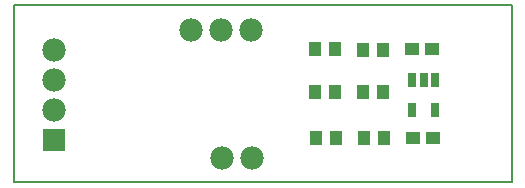
<source format=gts>
G75*
%MOIN*%
%OFA0B0*%
%FSLAX24Y24*%
%IPPOS*%
%LPD*%
%AMOC8*
5,1,8,0,0,1.08239X$1,22.5*
%
%ADD10C,0.0080*%
%ADD11R,0.0780X0.0780*%
%ADD12C,0.0780*%
%ADD13R,0.0257X0.0512*%
%ADD14R,0.0473X0.0434*%
%ADD15R,0.0434X0.0473*%
D10*
X000161Y000753D02*
X000161Y006658D01*
X016769Y006658D01*
X016769Y000753D01*
X000161Y000753D01*
D11*
X001487Y002154D03*
D12*
X001487Y003154D03*
X001487Y004154D03*
X001487Y005154D03*
X006076Y005829D03*
X007076Y005829D03*
X008076Y005829D03*
X008087Y001550D03*
X007087Y001550D03*
D13*
X013447Y003154D03*
X014195Y003154D03*
X014195Y004178D03*
X013821Y004178D03*
X013447Y004178D03*
D14*
X013436Y005187D03*
X014106Y005187D03*
X014145Y002238D03*
X013475Y002238D03*
D15*
X012511Y002229D03*
X011841Y002229D03*
X010911Y002229D03*
X010241Y002229D03*
X010202Y003763D03*
X010872Y003763D03*
X011791Y003779D03*
X012461Y003779D03*
X012461Y005179D03*
X011791Y005179D03*
X010876Y005186D03*
X010206Y005186D03*
M02*

</source>
